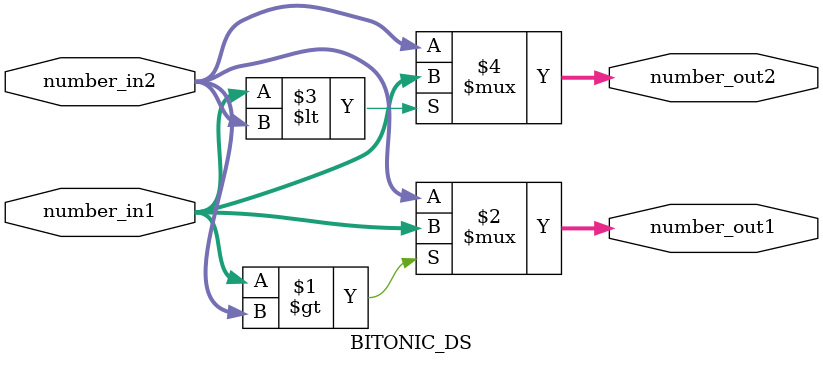
<source format=v>
module BITONIC_DS(number_in1, number_in2, number_out1, number_out2);
input  [7:0] number_in1;
input  [7:0] number_in2;
output [7:0] number_out1;
output [7:0] number_out2;

assign number_out1 = (number_in1 > number_in2)? number_in1 : number_in2;
assign number_out2 = (number_in1 < number_in2)? number_in1 : number_in2;

endmodule
</source>
